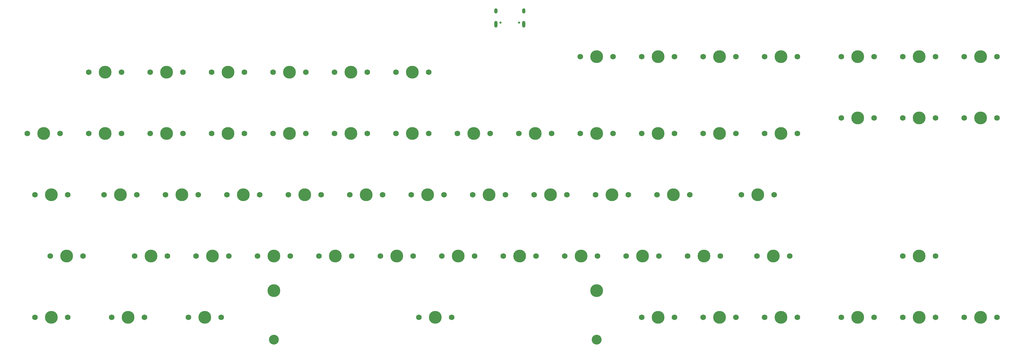
<source format=gbr>
%TF.GenerationSoftware,KiCad,Pcbnew,7.0.1*%
%TF.CreationDate,2023-03-26T22:58:25-07:00*%
%TF.ProjectId,40s-2040rmie,3430732d-3230-4343-9072-6d69652e6b69,rev?*%
%TF.SameCoordinates,Original*%
%TF.FileFunction,Soldermask,Top*%
%TF.FilePolarity,Negative*%
%FSLAX46Y46*%
G04 Gerber Fmt 4.6, Leading zero omitted, Abs format (unit mm)*
G04 Created by KiCad (PCBNEW 7.0.1) date 2023-03-26 22:58:25*
%MOMM*%
%LPD*%
G01*
G04 APERTURE LIST*
%ADD10C,1.750000*%
%ADD11C,3.987800*%
%ADD12C,3.048000*%
%ADD13O,1.000000X2.100000*%
%ADD14O,1.000000X1.600000*%
%ADD15C,0.650000*%
G04 APERTURE END LIST*
D10*
%TO.C,MX4-5*%
X166363750Y-126200000D03*
D11*
X171443750Y-126200000D03*
D10*
X176523750Y-126200000D03*
%TD*%
D11*
%TO.C,ST-0*%
X221450000Y-117945000D03*
D12*
X121437500Y-133185000D03*
X221450000Y-133185000D03*
D11*
X121437500Y-117945000D03*
%TD*%
D10*
%TO.C,MX4-15*%
X345592500Y-126200000D03*
D11*
X340512500Y-126200000D03*
D10*
X335432500Y-126200000D03*
%TD*%
%TO.C,MX4-14*%
X326542500Y-126200000D03*
D11*
X321462500Y-126200000D03*
D10*
X316382500Y-126200000D03*
%TD*%
%TO.C,MX4-13*%
X307492500Y-126200000D03*
D11*
X302412500Y-126200000D03*
D10*
X297332500Y-126200000D03*
%TD*%
%TO.C,MX4-11*%
X283680000Y-126200000D03*
D11*
X278600000Y-126200000D03*
D10*
X273520000Y-126200000D03*
%TD*%
%TO.C,MX4-10*%
X264630000Y-126200000D03*
D11*
X259550000Y-126200000D03*
D10*
X254470000Y-126200000D03*
%TD*%
%TO.C,MX4-9*%
X245580000Y-126200000D03*
D11*
X240500000Y-126200000D03*
D10*
X235420000Y-126200000D03*
%TD*%
%TO.C,MX4-2*%
X94926250Y-126200000D03*
D11*
X100006250Y-126200000D03*
D10*
X105086250Y-126200000D03*
%TD*%
%TO.C,MX4-1*%
X81273750Y-126200000D03*
D11*
X76193750Y-126200000D03*
D10*
X71113750Y-126200000D03*
%TD*%
%TO.C,MX4-0*%
X57461250Y-126200000D03*
D11*
X52381250Y-126200000D03*
D10*
X47301250Y-126200000D03*
%TD*%
%TO.C,MX3-14*%
X326542500Y-107150000D03*
D11*
X321462500Y-107150000D03*
D10*
X316382500Y-107150000D03*
%TD*%
%TO.C,MX3-11*%
X281298750Y-107150000D03*
D11*
X276218750Y-107150000D03*
D10*
X271138750Y-107150000D03*
%TD*%
%TO.C,MX3-10*%
X259867500Y-107150000D03*
D11*
X254787500Y-107150000D03*
D10*
X249707500Y-107150000D03*
%TD*%
%TO.C,MX3-9*%
X240817500Y-107150000D03*
D11*
X235737500Y-107150000D03*
D10*
X230657500Y-107150000D03*
%TD*%
%TO.C,MX3-8*%
X221767500Y-107150000D03*
D11*
X216687500Y-107150000D03*
D10*
X211607500Y-107150000D03*
%TD*%
%TO.C,MX3-7*%
X202717500Y-107150000D03*
D11*
X197637500Y-107150000D03*
D10*
X192557500Y-107150000D03*
%TD*%
%TO.C,MX3-6*%
X183667500Y-107150000D03*
D11*
X178587500Y-107150000D03*
D10*
X173507500Y-107150000D03*
%TD*%
%TO.C,MX3-5*%
X164617500Y-107150000D03*
D11*
X159537500Y-107150000D03*
D10*
X154457500Y-107150000D03*
%TD*%
%TO.C,MX3-4*%
X145567500Y-107150000D03*
D11*
X140487500Y-107150000D03*
D10*
X135407500Y-107150000D03*
%TD*%
%TO.C,MX3-3*%
X126517500Y-107150000D03*
D11*
X121437500Y-107150000D03*
D10*
X116357500Y-107150000D03*
%TD*%
%TO.C,MX3-2*%
X107467500Y-107150000D03*
D11*
X102387500Y-107150000D03*
D10*
X97307500Y-107150000D03*
%TD*%
%TO.C,MX3-1*%
X88417500Y-107150000D03*
D11*
X83337500Y-107150000D03*
D10*
X78257500Y-107150000D03*
%TD*%
%TO.C,MX3-0*%
X52063750Y-107150000D03*
D11*
X57143750Y-107150000D03*
D10*
X62223750Y-107150000D03*
%TD*%
%TO.C,MX2-11*%
X266376250Y-88100000D03*
D11*
X271456250Y-88100000D03*
D10*
X276536250Y-88100000D03*
%TD*%
%TO.C,MX2-10*%
X250342500Y-88100000D03*
D11*
X245262500Y-88100000D03*
D10*
X240182500Y-88100000D03*
%TD*%
%TO.C,MX2-9*%
X231292500Y-88100000D03*
D11*
X226212500Y-88100000D03*
D10*
X221132500Y-88100000D03*
%TD*%
%TO.C,MX2-8*%
X212242500Y-88100000D03*
D11*
X207162500Y-88100000D03*
D10*
X202082500Y-88100000D03*
%TD*%
%TO.C,MX2-7*%
X193192500Y-88100000D03*
D11*
X188112500Y-88100000D03*
D10*
X183032500Y-88100000D03*
%TD*%
%TO.C,MX2-6*%
X174142500Y-88100000D03*
D11*
X169062500Y-88100000D03*
D10*
X163982500Y-88100000D03*
%TD*%
%TO.C,MX2-5*%
X155092500Y-88100000D03*
D11*
X150012500Y-88100000D03*
D10*
X144932500Y-88100000D03*
%TD*%
%TO.C,MX2-4*%
X136042500Y-88100000D03*
D11*
X130962500Y-88100000D03*
D10*
X125882500Y-88100000D03*
%TD*%
%TO.C,MX2-3*%
X116992500Y-88100000D03*
D11*
X111912500Y-88100000D03*
D10*
X106832500Y-88100000D03*
%TD*%
%TO.C,MX2-2*%
X97942500Y-88100000D03*
D11*
X92862500Y-88100000D03*
D10*
X87782500Y-88100000D03*
%TD*%
%TO.C,MX2-1*%
X78892500Y-88100000D03*
D11*
X73812500Y-88100000D03*
D10*
X68732500Y-88100000D03*
%TD*%
%TO.C,MX2-0*%
X57461250Y-88100000D03*
D11*
X52381250Y-88100000D03*
D10*
X47301250Y-88100000D03*
%TD*%
%TO.C,MX1-15*%
X345592500Y-64287500D03*
D11*
X340512500Y-64287500D03*
D10*
X335432500Y-64287500D03*
%TD*%
%TO.C,MX1-14*%
X326542500Y-64287500D03*
D11*
X321462500Y-64287500D03*
D10*
X316382500Y-64287500D03*
%TD*%
%TO.C,MX1-13*%
X307492500Y-64287500D03*
D11*
X302412500Y-64287500D03*
D10*
X297332500Y-64287500D03*
%TD*%
%TO.C,MX1-12*%
X283680000Y-69050000D03*
D11*
X278600000Y-69050000D03*
D10*
X273520000Y-69050000D03*
%TD*%
%TO.C,MX1-11*%
X264630000Y-69050000D03*
D11*
X259550000Y-69050000D03*
D10*
X254470000Y-69050000D03*
%TD*%
%TO.C,MX1-10*%
X245580000Y-69050000D03*
D11*
X240500000Y-69050000D03*
D10*
X235420000Y-69050000D03*
%TD*%
%TO.C,MX1-9*%
X226530000Y-69050000D03*
D11*
X221450000Y-69050000D03*
D10*
X216370000Y-69050000D03*
%TD*%
%TO.C,MX1-8*%
X207480000Y-69050000D03*
D11*
X202400000Y-69050000D03*
D10*
X197320000Y-69050000D03*
%TD*%
%TO.C,MX1-7*%
X188430000Y-69050000D03*
D11*
X183350000Y-69050000D03*
D10*
X178270000Y-69050000D03*
%TD*%
%TO.C,MX1-6*%
X169380000Y-69050000D03*
D11*
X164300000Y-69050000D03*
D10*
X159220000Y-69050000D03*
%TD*%
%TO.C,MX1-5*%
X150330000Y-69050000D03*
D11*
X145250000Y-69050000D03*
D10*
X140170000Y-69050000D03*
%TD*%
%TO.C,MX1-4*%
X131280000Y-69050000D03*
D11*
X126200000Y-69050000D03*
D10*
X121120000Y-69050000D03*
%TD*%
%TO.C,MX1-3*%
X112230000Y-69050000D03*
D11*
X107150000Y-69050000D03*
D10*
X102070000Y-69050000D03*
%TD*%
%TO.C,MX1-2*%
X93180000Y-69050000D03*
D11*
X88100000Y-69050000D03*
D10*
X83020000Y-69050000D03*
%TD*%
%TO.C,MX1-1*%
X74130000Y-69050000D03*
D11*
X69050000Y-69050000D03*
D10*
X63970000Y-69050000D03*
%TD*%
%TO.C,MX1-0*%
X55080000Y-69050000D03*
D11*
X50000000Y-69050000D03*
D10*
X44920000Y-69050000D03*
%TD*%
%TO.C,MX0-15*%
X345592500Y-45237500D03*
D11*
X340512500Y-45237500D03*
D10*
X335432500Y-45237500D03*
%TD*%
%TO.C,MX0-14*%
X326542500Y-45237500D03*
D11*
X321462500Y-45237500D03*
D10*
X316382500Y-45237500D03*
%TD*%
%TO.C,MX0-13*%
X307492500Y-45237500D03*
D11*
X302412500Y-45237500D03*
D10*
X297332500Y-45237500D03*
%TD*%
%TO.C,MX0-12*%
X283680000Y-45237500D03*
D11*
X278600000Y-45237500D03*
D10*
X273520000Y-45237500D03*
%TD*%
%TO.C,MX0-11*%
X264630000Y-45237500D03*
D11*
X259550000Y-45237500D03*
D10*
X254470000Y-45237500D03*
%TD*%
%TO.C,MX0-10*%
X245580000Y-45237500D03*
D11*
X240500000Y-45237500D03*
D10*
X235420000Y-45237500D03*
%TD*%
%TO.C,MX0-9*%
X226530000Y-45237500D03*
D11*
X221450000Y-45237500D03*
D10*
X216370000Y-45237500D03*
%TD*%
%TO.C,MX0-6*%
X169380000Y-50000000D03*
D11*
X164300000Y-50000000D03*
D10*
X159220000Y-50000000D03*
%TD*%
%TO.C,MX0-5*%
X150330000Y-50000000D03*
D11*
X145250000Y-50000000D03*
D10*
X140170000Y-50000000D03*
%TD*%
%TO.C,MX0-4*%
X131280000Y-50000000D03*
D11*
X126200000Y-50000000D03*
D10*
X121120000Y-50000000D03*
%TD*%
%TO.C,MX0-3*%
X112230000Y-50000000D03*
D11*
X107150000Y-50000000D03*
D10*
X102070000Y-50000000D03*
%TD*%
%TO.C,MX0-2*%
X93180000Y-50000000D03*
D11*
X88100000Y-50000000D03*
D10*
X83020000Y-50000000D03*
%TD*%
%TO.C,MX0-1*%
X74130000Y-50000000D03*
D11*
X69050000Y-50000000D03*
D10*
X63970000Y-50000000D03*
%TD*%
D13*
%TO.C,USB1*%
X198868750Y-35142500D03*
D14*
X198868750Y-30962500D03*
D13*
X190228750Y-35142500D03*
D14*
X190228750Y-30962500D03*
D15*
X197438750Y-34612500D03*
X191658750Y-34612500D03*
%TD*%
M02*

</source>
